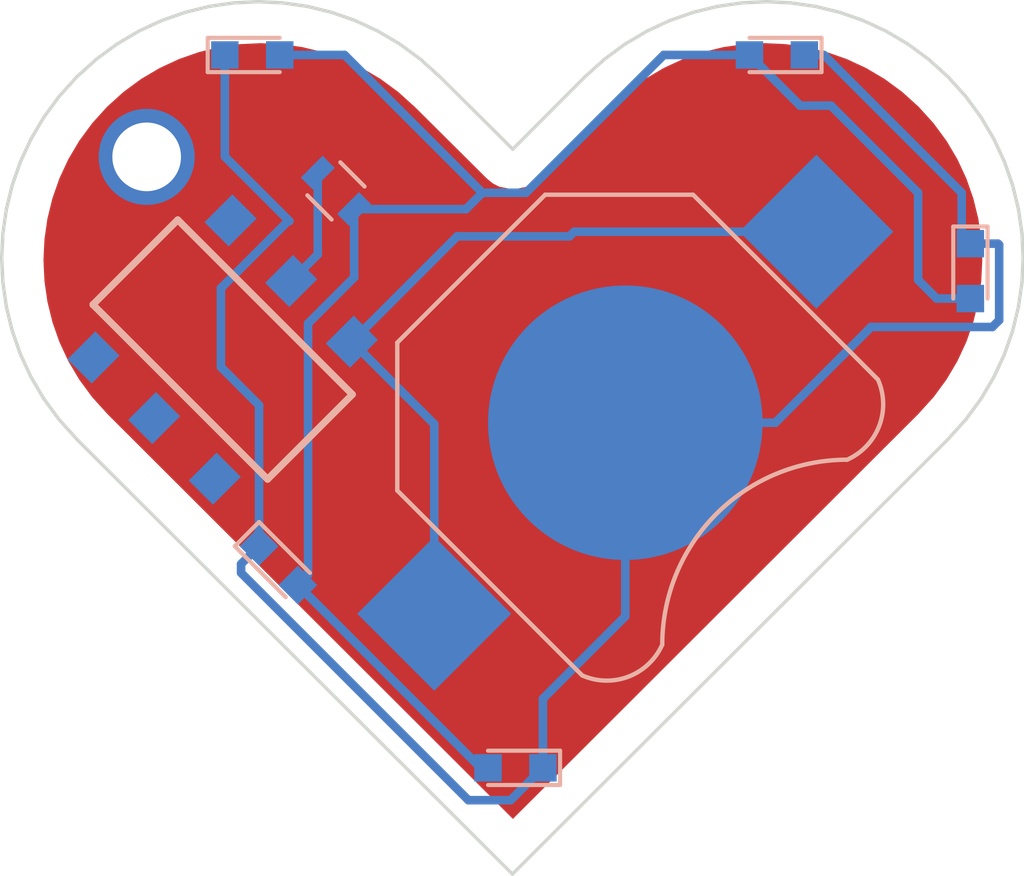
<source format=kicad_pcb>
(kicad_pcb (version 4) (host pcbnew 4.0.6)

  (general
    (links 13)
    (no_connects 0)
    (area 148.501049 79.471496 178.371153 105.000463)
    (thickness 1.6)
    (drawings 68)
    (tracks 55)
    (zones 0)
    (modules 10)
    (nets 5)
  )

  (page A4)
  (layers
    (0 F.Cu signal hide)
    (31 B.Cu signal)
    (32 B.Adhes user)
    (33 F.Adhes user)
    (34 B.Paste user)
    (35 F.Paste user)
    (36 B.SilkS user)
    (37 F.SilkS user)
    (38 B.Mask user)
    (39 F.Mask user)
    (40 Dwgs.User user)
    (41 Cmts.User user hide)
    (42 Eco1.User user)
    (43 Eco2.User user)
    (44 Edge.Cuts user)
    (45 Margin user)
    (46 B.CrtYd user)
    (47 F.CrtYd user)
    (48 B.Fab user)
    (49 F.Fab user)
  )

  (setup
    (last_trace_width 0.25)
    (trace_clearance 0.2)
    (zone_clearance 1)
    (zone_45_only no)
    (trace_min 0.2)
    (segment_width 0.2)
    (edge_width 0.15)
    (via_size 0.6)
    (via_drill 0.4)
    (via_min_size 0.4)
    (via_min_drill 0.3)
    (uvia_size 0.3)
    (uvia_drill 0.1)
    (uvias_allowed no)
    (uvia_min_size 0.2)
    (uvia_min_drill 0.1)
    (pcb_text_width 0.3)
    (pcb_text_size 1.5 1.5)
    (mod_edge_width 0.15)
    (mod_text_size 1 1)
    (mod_text_width 0.15)
    (pad_size 2.8 2.8)
    (pad_drill 2)
    (pad_to_mask_clearance 0.2)
    (aux_axis_origin 0 0)
    (visible_elements 7FFFFFFF)
    (pcbplotparams
      (layerselection 0x010f0_80000001)
      (usegerberextensions true)
      (excludeedgelayer true)
      (linewidth 0.020000)
      (plotframeref false)
      (viasonmask false)
      (mode 1)
      (useauxorigin false)
      (hpglpennumber 1)
      (hpglpenspeed 20)
      (hpglpendiameter 15)
      (hpglpenoverlay 2)
      (psnegative false)
      (psa4output false)
      (plotreference true)
      (plotvalue true)
      (plotinvisibletext false)
      (padsonsilk false)
      (subtractmaskfromsilk false)
      (outputformat 1)
      (mirror false)
      (drillshape 0)
      (scaleselection 1)
      (outputdirectory gerber))
  )

  (net 0 "")
  (net 1 "Net-(BT1-Pad2)")
  (net 2 "Net-(D1-Pad2)")
  (net 3 "Net-(R1-Pad1)")
  (net 4 "Net-(BT1-Pad1)")

  (net_class Default "This is the default net class."
    (clearance 0.2)
    (trace_width 0.25)
    (via_dia 0.6)
    (via_drill 0.4)
    (uvia_dia 0.3)
    (uvia_drill 0.1)
    (add_net "Net-(BT1-Pad1)")
    (add_net "Net-(BT1-Pad2)")
    (add_net "Net-(D1-Pad2)")
    (add_net "Net-(R1-Pad1)")
  )

  (module heart:heart (layer F.Cu) (tedit 599705E6) (tstamp 59983443)
    (at 163.449 92.03436)
    (descr "Imported from heart.svg")
    (tags svg2mod)
    (attr smd)
    (fp_text reference svg2mod (at 0 -14.353478) (layer F.SilkS) hide
      (effects (font (thickness 0.3048)))
    )
    (fp_text value G*** (at 0 14.353478) (layer F.SilkS) hide
      (effects (font (thickness 0.3048)))
    )
    (fp_poly (pts (xy -5.840272 -1.402757) (xy -5.879939 -1.712159) (xy -5.907705 -1.75381) (xy -5.943406 -1.735959)
      (xy -6.139757 -1.52374) (xy -6.379742 -1.363089) (xy -6.61576 -1.259955) (xy -6.816078 -1.236155)
      (xy -7.085814 -1.291689) (xy -7.163164 -1.373006) (xy -7.188948 -1.50589) (xy -7.109614 -1.934294)
      (xy -6.879545 -2.608632) (xy -6.482876 -3.624106) (xy -6.173473 -4.377778) (xy -5.967205 -4.837915)
      (xy -5.919605 -5.004516) (xy -5.981089 -5.1493) (xy -6.16554 -5.218717) (xy -6.468992 -5.198883)
      (xy -6.574605 -5.132441) (xy -6.649477 -5.028315) (xy -7.276215 -3.830373) (xy -7.736351 -3.037034)
      (xy -8.238634 -2.325508) (xy -8.690342 -1.817275) (xy -9.091474 -1.512336) (xy -9.44203 -1.410689)
      (xy -9.616565 -1.442423) (xy -9.751928 -1.510352) (xy -9.848617 -1.611007) (xy -9.925967 -1.910493)
      (xy -9.836717 -2.366662) (xy -9.568965 -2.9577) (xy -9.283363 -3.433704) (xy -8.981894 -3.82244)
      (xy -8.277805 -4.538428) (xy -7.601484 -5.067982) (xy -6.952929 -5.411101) (xy -6.332141 -5.567786)
      (xy -6.094139 -5.61737) (xy -6.014805 -5.702653) (xy -6.125873 -5.900988) (xy -6.276607 -6.037839)
      (xy -6.459076 -6.083456) (xy -6.793766 -6.053209) (xy -7.163164 -5.96247) (xy -8.006087 -5.599518)
      (xy -8.499445 -5.307965) (xy -8.948177 -4.980713) (xy -9.352284 -4.617761) (xy -9.711766 -4.219108)
      (xy -10.187274 -3.565099) (xy -10.526922 -2.943815) (xy -10.730711 -2.355257) (xy -10.79864 -1.799424)
      (xy -10.775833 -1.523738) (xy -10.707408 -1.291687) (xy -10.593365 -1.103269) (xy -10.433705 -0.958484)
      (xy -10.136203 -0.815683) (xy -9.814901 -0.768083) (xy -9.506986 -0.808246) (xy -9.18618 -0.928734)
      (xy -8.852482 -1.129548) (xy -8.505892 -1.410688) (xy -8.055672 -1.876774) (xy -7.704619 -2.370628)
      (xy -7.649085 -2.418228) (xy -7.617352 -2.396411) (xy -7.633216 -2.33096) (xy -7.853368 -1.728023)
      (xy -7.926752 -1.252019) (xy -7.871218 -1.029885) (xy -7.740317 -0.92923) (xy -7.553882 -0.857333)
      (xy -7.014412 -0.799816) (xy -6.673276 -0.823616) (xy -6.24884 -0.968401) (xy -5.895804 -1.22822)
      (xy -5.84027 -1.402754) (xy -5.840271 -1.402754) (xy -5.840272 -1.402757)) (layer F.Mask) (width 0))
    (fp_poly (pts (xy -2.560062 -1.402757) (xy -2.599729 -1.712159) (xy -2.627496 -1.75381) (xy -2.663196 -1.735959)
      (xy -2.847647 -1.535641) (xy -3.099532 -1.363089) (xy -3.488269 -1.220288) (xy -3.869071 -1.228221)
      (xy -4.029723 -1.321438) (xy -4.05154 -1.505889) (xy -3.972206 -1.759758) (xy -3.773871 -2.251628)
      (xy -3.496202 -2.997367) (xy -3.51207 -3.185785) (xy -3.623138 -3.338503) (xy -4.00394 -3.576504)
      (xy -4.241942 -3.695505) (xy -4.392677 -3.766906) (xy -4.464077 -3.82244) (xy -4.464077 -3.89384)
      (xy -4.42441 -4.100108) (xy -4.457631 -4.267205) (xy -4.525561 -4.387694) (xy -4.628199 -4.461574)
      (xy -4.765546 -4.488845) (xy -4.930659 -4.464052) (xy -5.061065 -4.381742) (xy -5.156761 -4.241917)
      (xy -5.217749 -4.044574) (xy -5.233617 -3.96524) (xy -5.233617 -3.893839) (xy -5.186017 -3.695505)
      (xy -5.130483 -3.552704) (xy -5.138416 -3.528903) (xy -5.146348 -3.489236) (xy -5.318899 -2.969599)
      (xy -5.550951 -2.442029) (xy -5.94762 -1.759757) (xy -6.304623 -1.402755) (xy -6.506925 -1.291687)
      (xy -6.76476 -1.212353) (xy -6.796493 -1.133019) (xy -6.740959 -0.871218) (xy -6.669559 -0.823617)
      (xy -6.330406 -0.924768) (xy -6.011087 -1.117153) (xy -5.552934 -1.591173) (xy -5.178082 -2.188161)
      (xy -5.067014 -2.449962) (xy -4.765545 -3.195701) (xy -4.719928 -3.269085) (xy -4.662411 -3.267099)
      (xy -4.452176 -3.132231) (xy -4.345075 -3.01323) (xy -4.317309 -2.900179) (xy -4.345075 -2.799029)
      (xy -4.535477 -2.338892) (xy -4.686211 -1.910489) (xy -4.781412 -1.529686) (xy -4.805212 -1.339285)
      (xy -4.719929 -1.061616) (xy -4.464077 -0.863281) (xy -4.02179 -0.774031) (xy -3.393069 -0.823614)
      (xy -2.984499 -0.952532) (xy -2.615597 -1.228217) (xy -2.560063 -1.402752) (xy -2.560063 -1.402753)
      (xy -2.560062 -1.402757)) (layer F.Mask) (width 0))
    (fp_poly (pts (xy -0.679353 -5.417053) (xy -0.615886 -5.678855) (xy -0.393751 -1.402757) (xy -0.433418 -1.712159)
      (xy -0.461184 -1.75381) (xy -0.496885 -1.735959) (xy -0.687286 -1.529691) (xy -0.933221 -1.363089)
      (xy -1.149406 -1.255989) (xy -1.321957 -1.220288) (xy -1.671026 -1.254006) (xy -1.893161 -1.355156)
      (xy -1.948695 -1.50589) (xy -1.885228 -1.807359) (xy -1.544092 -2.822833) (xy -1.23469 -3.75104)
      (xy -1.266424 -3.933508) (xy -1.377491 -4.036642) (xy -1.64921 -4.068375) (xy -1.940762 -4.020774)
      (xy -2.053813 -3.94144) (xy -2.12323 -3.782772) (xy -2.281898 -3.275035) (xy -2.432632 -2.767298)
      (xy -2.6389 -2.037426) (xy -2.710301 -1.680424) (xy -2.694433 -1.434489) (xy -2.638899 -1.244087)
      (xy -2.527832 -1.085419) (xy -2.33743 -0.926752) (xy -2.061745 -0.825601) (xy -1.631359 -0.791884)
      (xy -1.42509 -0.799817) (xy -1.226756 -0.823617) (xy -0.810253 -0.960468) (xy -0.449283 -1.22822)
      (xy -0.39375 -1.402754) (xy -0.39375 -1.402756) (xy -0.393751 -1.402757) (xy -0.615886 -5.678855)
      (xy -0.679353 -5.908923) (xy -0.869755 -6.059658) (xy -1.020489 -6.083458) (xy -1.284274 -6.029907)
      (xy -1.440959 -5.869256) (xy -1.524259 -5.672905) (xy -1.552026 -5.496387) (xy -1.488559 -5.284169)
      (xy -1.298158 -5.139384) (xy -1.131556 -5.107651) (xy -0.887605 -5.185001) (xy -0.679353 -5.417053)
      (xy -0.679353 -5.417053)) (layer F.Mask) (width 0))
    (fp_poly (pts (xy 2.672009 -1.402757) (xy 2.632342 -1.712159) (xy 2.604575 -1.75381) (xy 2.568875 -1.735959)
      (xy 2.388886 -1.531674) (xy 2.190056 -1.378956) (xy 1.972383 -1.277805) (xy 1.735869 -1.228222)
      (xy 1.083348 -1.224256) (xy 0.633128 -1.355157) (xy 0.537927 -1.43449) (xy 1.247966 -2.963652)
      (xy 1.117065 -2.6959) (xy 0.775929 -2.255597) (xy 0.307859 -1.886694) (xy 0.188858 -1.86686)
      (xy 0.149191 -2.029494) (xy 0.212658 -2.430131) (xy 0.40306 -2.918034) (xy 0.533961 -3.132236)
      (xy 0.704529 -3.298837) (xy 0.892947 -3.411888) (xy 1.061531 -3.449571) (xy 1.061531 -3.449572)
      (xy 1.234082 -3.382138) (xy 1.291599 -3.179836) (xy 1.247966 -2.963652) (xy 0.537927 -1.43449)
      (xy 0.577594 -1.482091) (xy 0.879063 -1.728026) (xy 1.196399 -2.045362) (xy 1.593068 -2.551115)
      (xy 1.767602 -2.973568) (xy 1.791403 -3.243304) (xy 1.762643 -3.505601) (xy 1.676368 -3.72129)
      (xy 1.532575 -3.890371) (xy 1.331265 -4.012843) (xy 1.005996 -4.068376) (xy 0.64701 -4.020776)
      (xy 0.299924 -3.877975) (xy -0.066995 -3.598323) (xy -0.34268 -3.203637) (xy -0.580682 -2.596732)
      (xy -0.660016 -2.029495) (xy -0.633239 -1.732984) (xy -0.552914 -1.470191) (xy -0.419038 -1.241114)
      (xy -0.231611 -1.045754) (xy -0.01146 -0.913862) (xy 0.276125 -0.819653) (xy 1.053598 -0.744285)
      (xy 1.839003 -0.815686) (xy 2.255506 -0.958487) (xy 2.616476 -1.228222) (xy 2.67201 -1.402757)
      (xy 2.672009 -1.402757)) (layer F.Mask) (width 0))
    (fp_poly (pts (xy 4.748326 -1.402757) (xy 4.708659 -1.712159) (xy 4.680892 -1.75381) (xy 4.645192 -1.735959)
      (xy 4.454791 -1.529691) (xy 4.208856 -1.363089) (xy 3.992671 -1.255989) (xy 3.820119 -1.220288)
      (xy 3.47105 -1.248055) (xy 3.280649 -1.331356) (xy 3.225115 -1.490023) (xy 3.280649 -1.799426)
      (xy 3.522617 -2.721682) (xy 3.899453 -3.917641) (xy 4.066054 -4.250843) (xy 4.393307 -4.754614)
      (xy 4.613458 -5.25045) (xy 4.661059 -5.536053) (xy 4.633293 -5.730421) (xy 4.549992 -5.885122)
      (xy 4.430991 -5.996189) (xy 4.280256 -6.04379) (xy 4.048205 -6.016518) (xy 3.84392 -5.895038)
      (xy 3.667402 -5.679349) (xy 3.518651 -5.369451) (xy 2.971247 -3.695505) (xy 2.681678 -2.572931)
      (xy 2.542844 -1.775625) (xy 2.534911 -1.609024) (xy 2.526979 -1.482089) (xy 2.606313 -1.123104)
      (xy 2.70548 -0.989724) (xy 2.844315 -0.887085) (xy 3.112067 -0.803785) (xy 3.439319 -0.776018)
      (xy 3.915322 -0.823618) (xy 4.331825 -0.960469) (xy 4.692795 -1.228221) (xy 4.748328 -1.402756)
      (xy 4.748327 -1.402756) (xy 4.748326 -1.402757)) (layer F.Mask) (width 0))
    (fp_poly (pts (xy 6.824643 -1.402757) (xy 6.784976 -1.712159) (xy 6.757209 -1.75381) (xy 6.721509 -1.735959)
      (xy 6.531108 -1.529691) (xy 6.285173 -1.363089) (xy 6.068988 -1.255989) (xy 5.896436 -1.220288)
      (xy 5.547367 -1.248055) (xy 5.356966 -1.331356) (xy 5.301432 -1.490023) (xy 5.356966 -1.799426)
      (xy 5.598934 -2.721682) (xy 5.97577 -3.917641) (xy 6.142371 -4.250843) (xy 6.469624 -4.754614)
      (xy 6.689775 -5.25045) (xy 6.737376 -5.536053) (xy 6.709609 -5.730421) (xy 6.626309 -5.885122)
      (xy 6.507308 -5.996189) (xy 6.356573 -6.04379) (xy 6.124522 -6.016518) (xy 5.920237 -5.895038)
      (xy 5.743719 -5.679349) (xy 5.594968 -5.369451) (xy 5.047564 -3.695505) (xy 4.757995 -2.572931)
      (xy 4.619161 -1.775625) (xy 4.611228 -1.609024) (xy 4.603296 -1.482089) (xy 4.68263 -1.123104)
      (xy 4.781797 -0.989724) (xy 4.920632 -0.887085) (xy 5.188384 -0.803785) (xy 5.515636 -0.776018)
      (xy 5.991639 -0.823618) (xy 6.408142 -0.960469) (xy 6.769111 -1.228221) (xy 6.824645 -1.402756)
      (xy 6.824643 -1.402756) (xy 6.824643 -1.402757)) (layer F.Mask) (width 0))
    (fp_poly (pts (xy 10.852574 -1.402757) (xy 10.812907 -1.712159) (xy 10.78514 -1.75381) (xy 10.74944 -1.735959)
      (xy 10.559039 -1.529691) (xy 10.313104 -1.363089) (xy 10.096919 -1.255989) (xy 9.924367 -1.220288)
      (xy 9.589182 -1.252022) (xy 9.39283 -1.347223) (xy 8.704609 -2.444013) (xy 8.33769 -1.910493)
      (xy 8.115555 -1.648691) (xy 7.996554 -1.513823) (xy 7.80417 -1.359122) (xy 7.639551 -1.307555)
      (xy 7.514601 -1.33086) (xy 7.42535 -1.400773) (xy 7.35395 -1.680425) (xy 7.4432 -2.112795)
      (xy 7.710952 -2.632432) (xy 7.94102 -2.912084) (xy 8.234556 -3.148103) (xy 8.549908 -3.304787)
      (xy 8.813694 -3.346437) (xy 9.015995 -3.306771) (xy 9.083429 -3.203636) (xy 9.075496 -3.156036)
      (xy 9.075495 -3.156036) (xy 9.075495 -3.156035) (xy 8.704609 -2.444013) (xy 9.39283 -1.347223)
      (xy 9.337297 -1.50589) (xy 9.39283 -1.783559) (xy 9.527698 -2.172295) (xy 9.741899 -2.695899)
      (xy 10.186169 -3.679639) (xy 10.207987 -3.814507) (xy 10.16237 -3.917641) (xy 9.884701 -4.004908)
      (xy 9.583232 -4.028709) (xy 9.456298 -3.941441) (xy 9.361097 -3.814507) (xy 9.293663 -3.766906)
      (xy 9.186563 -3.798639) (xy 8.902944 -3.903757) (xy 8.591559 -3.933506) (xy 8.157206 -3.868056)
      (xy 7.726819 -3.687571) (xy 7.457084 -3.510557) (xy 7.219082 -3.296851) (xy 6.838279 -2.759364)
      (xy 6.600277 -2.178244) (xy 6.520943 -1.640756) (xy 6.576477 -1.28177) (xy 6.743078 -0.998152)
      (xy 7.000914 -0.8018) (xy 7.346016 -0.73635) (xy 7.760536 -0.835517) (xy 8.194889 -1.133019)
      (xy 8.456691 -1.400771) (xy 8.623292 -1.64869) (xy 8.662959 -1.704223) (xy 8.710559 -1.720091)
      (xy 8.710559 -1.672491) (xy 8.647092 -1.323421) (xy 8.696676 -1.107237) (xy 8.845427 -0.934685)
      (xy 9.138962 -0.827585) (xy 9.607032 -0.791884) (xy 9.821234 -0.799817) (xy 10.019569 -0.823617)
      (xy 10.436072 -0.960468) (xy 10.797041 -1.22822) (xy 10.852575 -1.402755) (xy 10.852575 -1.402756)
      (xy 10.852574 -1.402757)) (layer F.Mask) (width 0))
    (fp_poly (pts (xy -7.346332 -11.305478) (xy -7.953286 -11.276497) (xy -8.556959 -11.189555) (xy -9.151337 -11.044652)
      (xy -9.730951 -10.841787) (xy -10.29252 -10.582054) (xy -10.83167 -10.263813) (xy -11.344027 -9.887611)
      (xy -11.82631 -9.452354) (xy -12.262661 -8.970071) (xy -12.638863 -8.458808) (xy -12.95765 -7.920752)
      (xy -13.21793 -7.359729) (xy -13.420795 -6.781209) (xy -13.566245 -6.188472) (xy -13.65264 -5.586986)
      (xy -13.681621 -4.980031) (xy -13.65264 -4.373077) (xy -13.566245 -3.771044) (xy -13.421342 -3.178307)
      (xy -13.219023 -2.599787) (xy -12.958744 -2.039311) (xy -12.639956 -1.501255) (xy -12.263207 -0.988898)
      (xy -11.809359 -0.487477) (xy 0 11.305478) (xy 11.809359 -0.487477) (xy 12.263755 -0.989444)
      (xy 12.639957 -1.500708) (xy 12.957651 -2.038764) (xy 13.218479 -2.599787) (xy 13.420795 -3.178854)
      (xy 13.566245 -3.771591) (xy 13.652642 -4.373077) (xy 13.681621 -4.979485) (xy 13.652642 -5.586439)
      (xy 13.565699 -6.188472) (xy 13.420249 -6.781209) (xy 13.21793 -7.360276) (xy 12.957651 -7.920205)
      (xy 12.638863 -8.458808) (xy 12.262115 -8.970071) (xy 11.82631 -9.451807) (xy 11.343481 -9.887611)
      (xy 10.831124 -10.263813) (xy 10.291974 -10.582054) (xy 9.730405 -10.841787) (xy 9.150791 -11.044652)
      (xy 8.55696 -11.189555) (xy 7.953287 -11.276497) (xy 7.345786 -11.305478) (xy 6.737738 -11.276497)
      (xy 6.134612 -11.189555) (xy 5.540781 -11.045198) (xy 4.96062 -10.84288) (xy 4.398504 -10.582601)
      (xy 3.859901 -10.264907) (xy 3.346997 -9.888705) (xy 2.845029 -9.43595) (xy 0.774824 -7.360276)
      (xy 0.605346 -7.221486) (xy 0.41738 -7.122206) (xy 0.010521 -7.042233) (xy -0.396676 -7.12046)
      (xy -0.585066 -7.218933) (xy -0.755138 -7.356995) (xy -2.843935 -9.434309) (xy -3.347543 -9.888705)
      (xy -3.860447 -10.264907) (xy -4.399597 -10.583148) (xy -4.960619 -10.84288) (xy -5.540233 -11.045198)
      (xy -6.135158 -11.189555) (xy -6.738284 -11.276497) (xy -7.346332 -11.305478)) (layer F.Cu) (width 0))
  )

  (module Wire_Pads:SolderWirePad_single_2mmDrill (layer F.Cu) (tedit 599F5810) (tstamp 599836B8)
    (at 152.77592 84.04352)
    (fp_text reference "" (at 0 -3.81) (layer F.SilkS)
      (effects (font (size 1 1) (thickness 0.15)))
    )
    (fp_text value "" (at -0.635 3.81) (layer F.Fab)
      (effects (font (size 1 1) (thickness 0.15)))
    )
    (pad 1 thru_hole circle (at 0 0) (size 2.8 2.8) (drill 2) (layers *.Cu *.Mask))
  )

  (module heart-electronics:BATCONN_12MM (layer B.Cu) (tedit 599F5D9B) (tstamp 59A0C8CA)
    (at 166.7256 91.7924 45)
    (path /59985B37)
    (attr smd)
    (fp_text reference BT1 (at 0 0 135) (layer Cmts.User)
      (effects (font (thickness 0.15)))
    )
    (fp_text value Battery_Cell (at 0 0 45) (layer Cmts.User)
      (effects (font (thickness 0.15)))
    )
    (fp_line (start 6.096 4.318) (end 6.096 -3.302) (layer B.SilkS) (width 0.127))
    (fp_line (start 6.096 -3.302) (end 3.048 -6.35) (layer B.SilkS) (width 0.127))
    (fp_line (start 3.048 -6.35) (end -3.048 -6.35) (layer B.SilkS) (width 0.127))
    (fp_line (start -3.048 -6.35) (end -6.096 -3.302) (layer B.SilkS) (width 0.127))
    (fp_line (start -6.096 -3.302) (end -6.096 4.318) (layer B.SilkS) (width 0.127))
    (fp_arc (start -4.445 3.683) (end -6.096 4.318) (angle -90) (layer B.SilkS) (width 0.127))
    (fp_arc (start 4.445 3.683) (end 3.81 5.334) (angle -90) (layer B.SilkS) (width 0.127))
    (fp_arc (start 0 9.144) (end 3.81 5.334) (angle -90) (layer B.SilkS) (width 0.127))
    (pad 2 smd circle (at 0 0 45) (size 8 8) (layers B.Cu B.Paste B.Mask)
      (net 1 "Net-(BT1-Pad2)"))
    (pad 1 smd rect (at -7.874 0 45) (size 3.175 3.175) (layers B.Cu B.Paste B.Mask)
      (net 4 "Net-(BT1-Pad1)"))
    (pad 1 smd rect (at 7.874 0 45) (size 3.175 3.175) (layers B.Cu B.Paste B.Mask)
      (net 4 "Net-(BT1-Pad1)"))
  )

  (module LEDs:LED_0603 (layer B.Cu) (tedit 599F5D7D) (tstamp 59A0C8D8)
    (at 155.8544 81.0736)
    (descr "LED 0603 smd package")
    (tags "LED led 0603 SMD smd SMT smt smdled SMDLED smtled SMTLED")
    (path /59985CAF)
    (attr smd)
    (fp_text reference D1 (at 0 1.25) (layer Cmts.User)
      (effects (font (size 1 1) (thickness 0.15)))
    )
    (fp_text value LED (at 0 -1.35) (layer Cmts.User)
      (effects (font (size 1 1) (thickness 0.15)))
    )
    (fp_line (start -1.3 0.5) (end -1.3 -0.5) (layer B.SilkS) (width 0.12))
    (fp_line (start -0.2 0.2) (end -0.2 -0.2) (layer B.Fab) (width 0.1))
    (fp_line (start -0.15 0) (end 0.15 0.2) (layer B.Fab) (width 0.1))
    (fp_line (start 0.15 -0.2) (end -0.15 0) (layer B.Fab) (width 0.1))
    (fp_line (start 0.15 0.2) (end 0.15 -0.2) (layer B.Fab) (width 0.1))
    (fp_line (start 0.8 -0.4) (end -0.8 -0.4) (layer B.Fab) (width 0.1))
    (fp_line (start 0.8 0.4) (end 0.8 -0.4) (layer B.Fab) (width 0.1))
    (fp_line (start -0.8 0.4) (end 0.8 0.4) (layer B.Fab) (width 0.1))
    (fp_line (start -0.8 -0.4) (end -0.8 0.4) (layer B.Fab) (width 0.1))
    (fp_line (start -1.3 -0.5) (end 0.8 -0.5) (layer B.SilkS) (width 0.12))
    (fp_line (start -1.3 0.5) (end 0.8 0.5) (layer B.SilkS) (width 0.12))
    (fp_line (start 1.45 0.65) (end 1.45 -0.65) (layer B.CrtYd) (width 0.05))
    (fp_line (start 1.45 -0.65) (end -1.45 -0.65) (layer B.CrtYd) (width 0.05))
    (fp_line (start -1.45 -0.65) (end -1.45 0.65) (layer B.CrtYd) (width 0.05))
    (fp_line (start -1.45 0.65) (end 1.45 0.65) (layer B.CrtYd) (width 0.05))
    (pad 2 smd rect (at 0.8 0 180) (size 0.8 0.8) (layers B.Cu B.Paste B.Mask)
      (net 2 "Net-(D1-Pad2)"))
    (pad 1 smd rect (at -0.8 0 180) (size 0.8 0.8) (layers B.Cu B.Paste B.Mask)
      (net 1 "Net-(BT1-Pad2)"))
    (model ${KISYS3DMOD}/LEDs.3dshapes/LED_0603.wrl
      (at (xyz 0 0 0))
      (scale (xyz 1 1 1))
      (rotate (xyz 0 0 180))
    )
  )

  (module LEDs:LED_0603 (layer B.Cu) (tedit 599F5DBB) (tstamp 59A0C8DD)
    (at 171.1452 81.0736 180)
    (descr "LED 0603 smd package")
    (tags "LED led 0603 SMD smd SMT smt smdled SMDLED smtled SMTLED")
    (path /59985D48)
    (attr smd)
    (fp_text reference D2 (at 0 1.25 180) (layer Cmts.User)
      (effects (font (size 1 1) (thickness 0.15)))
    )
    (fp_text value LED (at 0 -1.35 180) (layer Cmts.User)
      (effects (font (size 1 1) (thickness 0.15)))
    )
    (fp_line (start -1.3 0.5) (end -1.3 -0.5) (layer B.SilkS) (width 0.12))
    (fp_line (start -0.2 0.2) (end -0.2 -0.2) (layer B.Fab) (width 0.1))
    (fp_line (start -0.15 0) (end 0.15 0.2) (layer B.Fab) (width 0.1))
    (fp_line (start 0.15 -0.2) (end -0.15 0) (layer B.Fab) (width 0.1))
    (fp_line (start 0.15 0.2) (end 0.15 -0.2) (layer B.Fab) (width 0.1))
    (fp_line (start 0.8 -0.4) (end -0.8 -0.4) (layer B.Fab) (width 0.1))
    (fp_line (start 0.8 0.4) (end 0.8 -0.4) (layer B.Fab) (width 0.1))
    (fp_line (start -0.8 0.4) (end 0.8 0.4) (layer B.Fab) (width 0.1))
    (fp_line (start -0.8 -0.4) (end -0.8 0.4) (layer B.Fab) (width 0.1))
    (fp_line (start -1.3 -0.5) (end 0.8 -0.5) (layer B.SilkS) (width 0.12))
    (fp_line (start -1.3 0.5) (end 0.8 0.5) (layer B.SilkS) (width 0.12))
    (fp_line (start 1.45 0.65) (end 1.45 -0.65) (layer B.CrtYd) (width 0.05))
    (fp_line (start 1.45 -0.65) (end -1.45 -0.65) (layer B.CrtYd) (width 0.05))
    (fp_line (start -1.45 -0.65) (end -1.45 0.65) (layer B.CrtYd) (width 0.05))
    (fp_line (start -1.45 0.65) (end 1.45 0.65) (layer B.CrtYd) (width 0.05))
    (pad 2 smd rect (at 0.8 0) (size 0.8 0.8) (layers B.Cu B.Paste B.Mask)
      (net 2 "Net-(D1-Pad2)"))
    (pad 1 smd rect (at -0.8 0) (size 0.8 0.8) (layers B.Cu B.Paste B.Mask)
      (net 1 "Net-(BT1-Pad2)"))
    (model ${KISYS3DMOD}/LEDs.3dshapes/LED_0603.wrl
      (at (xyz 0 0 0))
      (scale (xyz 1 1 1))
      (rotate (xyz 0 0 180))
    )
  )

  (module LEDs:LED_0603 (layer B.Cu) (tedit 599F5DA8) (tstamp 59A0C8E2)
    (at 163.5252 101.8508 180)
    (descr "LED 0603 smd package")
    (tags "LED led 0603 SMD smd SMT smt smdled SMDLED smtled SMTLED")
    (path /59985D77)
    (attr smd)
    (fp_text reference D3 (at 0 1.25 180) (layer Cmts.User)
      (effects (font (size 1 1) (thickness 0.15)))
    )
    (fp_text value LED (at 0 -1.35 180) (layer Cmts.User)
      (effects (font (size 1 1) (thickness 0.15)))
    )
    (fp_line (start -1.3 0.5) (end -1.3 -0.5) (layer B.SilkS) (width 0.12))
    (fp_line (start -0.2 0.2) (end -0.2 -0.2) (layer B.Fab) (width 0.1))
    (fp_line (start -0.15 0) (end 0.15 0.2) (layer B.Fab) (width 0.1))
    (fp_line (start 0.15 -0.2) (end -0.15 0) (layer B.Fab) (width 0.1))
    (fp_line (start 0.15 0.2) (end 0.15 -0.2) (layer B.Fab) (width 0.1))
    (fp_line (start 0.8 -0.4) (end -0.8 -0.4) (layer B.Fab) (width 0.1))
    (fp_line (start 0.8 0.4) (end 0.8 -0.4) (layer B.Fab) (width 0.1))
    (fp_line (start -0.8 0.4) (end 0.8 0.4) (layer B.Fab) (width 0.1))
    (fp_line (start -0.8 -0.4) (end -0.8 0.4) (layer B.Fab) (width 0.1))
    (fp_line (start -1.3 -0.5) (end 0.8 -0.5) (layer B.SilkS) (width 0.12))
    (fp_line (start -1.3 0.5) (end 0.8 0.5) (layer B.SilkS) (width 0.12))
    (fp_line (start 1.45 0.65) (end 1.45 -0.65) (layer B.CrtYd) (width 0.05))
    (fp_line (start 1.45 -0.65) (end -1.45 -0.65) (layer B.CrtYd) (width 0.05))
    (fp_line (start -1.45 -0.65) (end -1.45 0.65) (layer B.CrtYd) (width 0.05))
    (fp_line (start -1.45 0.65) (end 1.45 0.65) (layer B.CrtYd) (width 0.05))
    (pad 2 smd rect (at 0.8 0) (size 0.8 0.8) (layers B.Cu B.Paste B.Mask)
      (net 2 "Net-(D1-Pad2)"))
    (pad 1 smd rect (at -0.8 0) (size 0.8 0.8) (layers B.Cu B.Paste B.Mask)
      (net 1 "Net-(BT1-Pad2)"))
    (model ${KISYS3DMOD}/LEDs.3dshapes/LED_0603.wrl
      (at (xyz 0 0 0))
      (scale (xyz 1 1 1))
      (rotate (xyz 0 0 180))
    )
  )

  (module LEDs:LED_0603 (layer B.Cu) (tedit 599F5DB3) (tstamp 59A0C8E7)
    (at 176.784 87.3728 270)
    (descr "LED 0603 smd package")
    (tags "LED led 0603 SMD smd SMT smt smdled SMDLED smtled SMTLED")
    (path /59985D9F)
    (attr smd)
    (fp_text reference D4 (at 0 1.25 270) (layer Cmts.User)
      (effects (font (size 1 1) (thickness 0.15)))
    )
    (fp_text value LED (at 0 -1.35 270) (layer Cmts.User)
      (effects (font (size 1 1) (thickness 0.15)))
    )
    (fp_line (start -1.3 0.5) (end -1.3 -0.5) (layer B.SilkS) (width 0.12))
    (fp_line (start -0.2 0.2) (end -0.2 -0.2) (layer B.Fab) (width 0.1))
    (fp_line (start -0.15 0) (end 0.15 0.2) (layer B.Fab) (width 0.1))
    (fp_line (start 0.15 -0.2) (end -0.15 0) (layer B.Fab) (width 0.1))
    (fp_line (start 0.15 0.2) (end 0.15 -0.2) (layer B.Fab) (width 0.1))
    (fp_line (start 0.8 -0.4) (end -0.8 -0.4) (layer B.Fab) (width 0.1))
    (fp_line (start 0.8 0.4) (end 0.8 -0.4) (layer B.Fab) (width 0.1))
    (fp_line (start -0.8 0.4) (end 0.8 0.4) (layer B.Fab) (width 0.1))
    (fp_line (start -0.8 -0.4) (end -0.8 0.4) (layer B.Fab) (width 0.1))
    (fp_line (start -1.3 -0.5) (end 0.8 -0.5) (layer B.SilkS) (width 0.12))
    (fp_line (start -1.3 0.5) (end 0.8 0.5) (layer B.SilkS) (width 0.12))
    (fp_line (start 1.45 0.65) (end 1.45 -0.65) (layer B.CrtYd) (width 0.05))
    (fp_line (start 1.45 -0.65) (end -1.45 -0.65) (layer B.CrtYd) (width 0.05))
    (fp_line (start -1.45 -0.65) (end -1.45 0.65) (layer B.CrtYd) (width 0.05))
    (fp_line (start -1.45 0.65) (end 1.45 0.65) (layer B.CrtYd) (width 0.05))
    (pad 2 smd rect (at 0.8 0 90) (size 0.8 0.8) (layers B.Cu B.Paste B.Mask)
      (net 2 "Net-(D1-Pad2)"))
    (pad 1 smd rect (at -0.8 0 90) (size 0.8 0.8) (layers B.Cu B.Paste B.Mask)
      (net 1 "Net-(BT1-Pad2)"))
    (model ${KISYS3DMOD}/LEDs.3dshapes/LED_0603.wrl
      (at (xyz 0 0 0))
      (scale (xyz 1 1 1))
      (rotate (xyz 0 0 180))
    )
  )

  (module LEDs:LED_0603 (layer B.Cu) (tedit 599F5D95) (tstamp 59A0C8EC)
    (at 156.6164 95.958 315)
    (descr "LED 0603 smd package")
    (tags "LED led 0603 SMD smd SMT smt smdled SMDLED smtled SMTLED")
    (path /59985DCA)
    (attr smd)
    (fp_text reference D5 (at 0 1.25 315) (layer Cmts.User)
      (effects (font (size 1 1) (thickness 0.15)))
    )
    (fp_text value LED (at 0 -1.35 315) (layer Cmts.User)
      (effects (font (size 1 1) (thickness 0.15)))
    )
    (fp_line (start -1.3 0.5) (end -1.3 -0.5) (layer B.SilkS) (width 0.12))
    (fp_line (start -0.2 0.2) (end -0.2 -0.2) (layer B.Fab) (width 0.1))
    (fp_line (start -0.15 0) (end 0.15 0.2) (layer B.Fab) (width 0.1))
    (fp_line (start 0.15 -0.2) (end -0.15 0) (layer B.Fab) (width 0.1))
    (fp_line (start 0.15 0.2) (end 0.15 -0.2) (layer B.Fab) (width 0.1))
    (fp_line (start 0.8 -0.4) (end -0.8 -0.4) (layer B.Fab) (width 0.1))
    (fp_line (start 0.8 0.4) (end 0.8 -0.4) (layer B.Fab) (width 0.1))
    (fp_line (start -0.8 0.4) (end 0.8 0.4) (layer B.Fab) (width 0.1))
    (fp_line (start -0.8 -0.4) (end -0.8 0.4) (layer B.Fab) (width 0.1))
    (fp_line (start -1.3 -0.5) (end 0.8 -0.5) (layer B.SilkS) (width 0.12))
    (fp_line (start -1.3 0.5) (end 0.8 0.5) (layer B.SilkS) (width 0.12))
    (fp_line (start 1.45 0.65) (end 1.45 -0.65) (layer B.CrtYd) (width 0.05))
    (fp_line (start 1.45 -0.65) (end -1.45 -0.65) (layer B.CrtYd) (width 0.05))
    (fp_line (start -1.45 -0.65) (end -1.45 0.65) (layer B.CrtYd) (width 0.05))
    (fp_line (start -1.45 0.65) (end 1.45 0.65) (layer B.CrtYd) (width 0.05))
    (pad 2 smd rect (at 0.8 0 135) (size 0.8 0.8) (layers B.Cu B.Paste B.Mask)
      (net 2 "Net-(D1-Pad2)"))
    (pad 1 smd rect (at -0.8 0 135) (size 0.8 0.8) (layers B.Cu B.Paste B.Mask)
      (net 1 "Net-(BT1-Pad2)"))
    (model ${KISYS3DMOD}/LEDs.3dshapes/LED_0603.wrl
      (at (xyz 0 0 0))
      (scale (xyz 1 1 1))
      (rotate (xyz 0 0 180))
    )
  )

  (module Resistors_SMD:R_0603 (layer B.Cu) (tedit 599F5D88) (tstamp 59A0C8F1)
    (at 158.2928 85.036 315)
    (descr "Resistor SMD 0603, reflow soldering, Vishay (see dcrcw.pdf)")
    (tags "resistor 0603")
    (path /59985C2C)
    (attr smd)
    (fp_text reference R1 (at 0 1.45 315) (layer Cmts.User)
      (effects (font (size 1 1) (thickness 0.15)))
    )
    (fp_text value 330 (at 0 -1.5 315) (layer Cmts.User)
      (effects (font (size 1 1) (thickness 0.15)))
    )
    (fp_text user %R (at 0 0 315) (layer B.Fab)
      (effects (font (size 0.4 0.4) (thickness 0.075)) (justify mirror))
    )
    (fp_line (start -0.8 -0.4) (end -0.8 0.4) (layer B.Fab) (width 0.1))
    (fp_line (start 0.8 -0.4) (end -0.8 -0.4) (layer B.Fab) (width 0.1))
    (fp_line (start 0.8 0.4) (end 0.8 -0.4) (layer B.Fab) (width 0.1))
    (fp_line (start -0.8 0.4) (end 0.8 0.4) (layer B.Fab) (width 0.1))
    (fp_line (start 0.5 -0.68) (end -0.5 -0.68) (layer B.SilkS) (width 0.12))
    (fp_line (start -0.5 0.68) (end 0.5 0.68) (layer B.SilkS) (width 0.12))
    (fp_line (start -1.25 0.7) (end 1.25 0.7) (layer B.CrtYd) (width 0.05))
    (fp_line (start -1.25 0.7) (end -1.25 -0.7) (layer B.CrtYd) (width 0.05))
    (fp_line (start 1.25 -0.7) (end 1.25 0.7) (layer B.CrtYd) (width 0.05))
    (fp_line (start 1.25 -0.7) (end -1.25 -0.7) (layer B.CrtYd) (width 0.05))
    (pad 1 smd rect (at -0.75 0 315) (size 0.5 0.9) (layers B.Cu B.Paste B.Mask)
      (net 3 "Net-(R1-Pad1)"))
    (pad 2 smd rect (at 0.75 0 315) (size 0.5 0.9) (layers B.Cu B.Paste B.Mask)
      (net 2 "Net-(D1-Pad2)"))
    (model ${KISYS3DMOD}/Resistors_SMD.3dshapes/R_0603.wrl
      (at (xyz 0 0 0))
      (scale (xyz 1 1 1))
      (rotate (xyz 0 0 0))
    )
  )

  (module heart-electronics:AYZ0202 (layer B.Cu) (tedit 599F5BEC) (tstamp 59A0C8F6)
    (at 154.9908 89.6588 135)
    (descr "DPDT SLIDE SWITCH SMD")
    (tags "DPDT SLIDE SWITCH SMD")
    (path /59985B8C)
    (attr smd)
    (fp_text reference SW1 (at -3.81 2.54 135) (layer Cmts.User)
      (effects (font (size 0.4064 0.4064) (thickness 0.0889)))
    )
    (fp_text value SW_SPDT (at -4.64312 -2.50698 135) (layer Cmts.User)
      (effects (font (size 0.4064 0.4064) (thickness 0.0889)))
    )
    (fp_line (start -3.59918 1.74752) (end -3.59918 -1.74752) (layer B.SilkS) (width 0.2032))
    (fp_line (start -3.59918 -1.74752) (end 3.59918 -1.74752) (layer B.SilkS) (width 0.2032))
    (fp_line (start 3.59918 -1.74752) (end 3.59918 1.74752) (layer B.SilkS) (width 0.2032))
    (fp_line (start 3.59918 1.74752) (end -3.59918 1.74752) (layer B.SilkS) (width 0.2032))
    (pad 1 smd rect (at -2.49936 2.82448 135) (size 0.99822 1.14808) (layers B.Cu B.Paste B.Mask)
      (net 4 "Net-(BT1-Pad1)"))
    (pad 2 smd rect (at 0 2.82448 135) (size 0.99822 1.14808) (layers B.Cu B.Paste B.Mask)
      (net 3 "Net-(R1-Pad1)"))
    (pad 3 smd rect (at 2.49936 2.82448 135) (size 0.99822 1.14808) (layers B.Cu B.Paste B.Mask))
    (pad 4 smd rect (at -2.49936 -2.82448 135) (size 0.99822 1.14808) (layers B.Cu B.Paste B.Mask))
    (pad 5 smd rect (at 0 -2.82448 135) (size 0.99822 1.14808) (layers B.Cu B.Paste B.Mask))
    (pad 6 smd rect (at 2.49936 -2.82448 135) (size 0.99822 1.14808) (layers B.Cu B.Paste B.Mask))
  )

  (gr_line (start 176.131556 92.272785) (end 163.4361 104.950462) (layer Edge.Cuts) (width 0.1))
  (gr_line (start 176.644839 91.705391) (end 176.131556 92.272785) (layer Edge.Cuts) (width 0.1))
  (gr_line (start 177.089666 91.100855) (end 176.644839 91.705391) (layer Edge.Cuts) (width 0.1))
  (gr_line (start 177.466041 90.464482) (end 177.089666 91.100855) (layer Edge.Cuts) (width 0.1))
  (gr_line (start 177.773965 89.801582) (end 177.466041 90.464482) (layer Edge.Cuts) (width 0.1))
  (gr_line (start 178.013436 89.117461) (end 177.773965 89.801582) (layer Edge.Cuts) (width 0.1))
  (gr_line (start 178.18446 88.417428) (end 178.013436 89.117461) (layer Edge.Cuts) (width 0.1))
  (gr_line (start 178.287031 87.706789) (end 178.18446 88.417428) (layer Edge.Cuts) (width 0.1))
  (gr_line (start 178.321152 86.990852) (end 178.287031 87.706789) (layer Edge.Cuts) (width 0.1))
  (gr_line (start 178.286828 86.274925) (end 178.321152 86.990852) (layer Edge.Cuts) (width 0.1))
  (gr_line (start 178.184054 85.564315) (end 178.286828 86.274925) (layer Edge.Cuts) (width 0.1))
  (gr_line (start 178.012835 84.86433) (end 178.184054 85.564315) (layer Edge.Cuts) (width 0.1))
  (gr_line (start 177.773166 84.180277) (end 178.012835 84.86433) (layer Edge.Cuts) (width 0.1))
  (gr_line (start 177.465056 83.517464) (end 177.773166 84.180277) (layer Edge.Cuts) (width 0.1))
  (gr_line (start 177.088501 82.881199) (end 177.465056 83.517464) (layer Edge.Cuts) (width 0.1))
  (gr_line (start 176.643503 82.276788) (end 177.088501 82.881199) (layer Edge.Cuts) (width 0.1))
  (gr_line (start 176.13006 81.709539) (end 176.643503 82.276788) (layer Edge.Cuts) (width 0.1))
  (gr_line (start 175.562015 81.196815) (end 176.13006 81.709539) (layer Edge.Cuts) (width 0.1))
  (gr_line (start 174.956755 80.752438) (end 175.562015 81.196815) (layer Edge.Cuts) (width 0.1))
  (gr_line (start 174.319596 80.376409) (end 174.956755 80.752438) (layer Edge.Cuts) (width 0.1))
  (gr_line (start 173.655853 80.068729) (end 174.319596 80.376409) (layer Edge.Cuts) (width 0.1))
  (gr_line (start 172.97084 79.829398) (end 173.655853 80.068729) (layer Edge.Cuts) (width 0.1))
  (gr_line (start 172.269873 79.658417) (end 172.97084 79.829398) (layer Edge.Cuts) (width 0.1))
  (gr_line (start 171.558266 79.555787) (end 172.269873 79.658417) (layer Edge.Cuts) (width 0.1))
  (gr_line (start 170.841334 79.521509) (end 171.558266 79.555787) (layer Edge.Cuts) (width 0.1))
  (gr_line (start 170.124393 79.555583) (end 170.841334 79.521509) (layer Edge.Cuts) (width 0.1))
  (gr_line (start 169.412757 79.658011) (end 170.124393 79.555583) (layer Edge.Cuts) (width 0.1))
  (gr_line (start 168.711742 79.828793) (end 169.412757 79.658011) (layer Edge.Cuts) (width 0.1))
  (gr_line (start 168.026662 80.06793) (end 168.711742 79.828793) (layer Edge.Cuts) (width 0.1))
  (gr_line (start 167.362832 80.375422) (end 168.026662 80.06793) (layer Edge.Cuts) (width 0.1))
  (gr_line (start 166.725567 80.751271) (end 167.362832 80.375422) (layer Edge.Cuts) (width 0.1))
  (gr_line (start 166.120182 81.195477) (end 166.725567 80.751271) (layer Edge.Cuts) (width 0.1))
  (gr_line (start 165.551992 81.70804) (end 166.120182 81.195477) (layer Edge.Cuts) (width 0.1))
  (gr_line (start 163.444395 83.82097) (end 165.551992 81.70804) (layer Edge.Cuts) (width 0.1))
  (gr_line (start 161.320209 81.70804) (end 163.444395 83.82097) (layer Edge.Cuts) (width 0.1))
  (gr_line (start 160.752019 81.195477) (end 161.320209 81.70804) (layer Edge.Cuts) (width 0.1))
  (gr_line (start 160.146634 80.751271) (end 160.752019 81.195477) (layer Edge.Cuts) (width 0.1))
  (gr_line (start 159.509369 80.375421) (end 160.146634 80.751271) (layer Edge.Cuts) (width 0.1))
  (gr_line (start 158.845539 80.067928) (end 159.509369 80.375421) (layer Edge.Cuts) (width 0.1))
  (gr_line (start 158.160459 79.82879) (end 158.845539 80.067928) (layer Edge.Cuts) (width 0.1))
  (gr_line (start 157.459444 79.658006) (end 158.160459 79.82879) (layer Edge.Cuts) (width 0.1))
  (gr_line (start 156.747809 79.555576) (end 157.459444 79.658006) (layer Edge.Cuts) (width 0.1))
  (gr_line (start 156.030868 79.521497) (end 156.747809 79.555576) (layer Edge.Cuts) (width 0.1))
  (gr_line (start 155.313937 79.555771) (end 156.030868 79.521497) (layer Edge.Cuts) (width 0.1))
  (gr_line (start 154.602331 79.658394) (end 155.313937 79.555771) (layer Edge.Cuts) (width 0.1))
  (gr_line (start 153.901364 79.829368) (end 154.602331 79.658394) (layer Edge.Cuts) (width 0.1))
  (gr_line (start 153.216352 80.06869) (end 153.901364 79.829368) (layer Edge.Cuts) (width 0.1))
  (gr_line (start 152.55261 80.37636) (end 153.216352 80.06869) (layer Edge.Cuts) (width 0.1))
  (gr_line (start 151.915452 80.752377) (end 152.55261 80.37636) (layer Edge.Cuts) (width 0.1))
  (gr_line (start 151.310194 81.196739) (end 151.915452 80.752377) (layer Edge.Cuts) (width 0.1))
  (gr_line (start 150.742151 81.709447) (end 151.310194 81.196739) (layer Edge.Cuts) (width 0.1))
  (gr_line (start 150.228707 82.276696) (end 150.742151 81.709447) (layer Edge.Cuts) (width 0.1))
  (gr_line (start 149.783706 82.881107) (end 150.228707 82.276696) (layer Edge.Cuts) (width 0.1))
  (gr_line (start 149.40715 83.517372) (end 149.783706 82.881107) (layer Edge.Cuts) (width 0.1))
  (gr_line (start 149.099038 84.180186) (end 149.40715 83.517372) (layer Edge.Cuts) (width 0.1))
  (gr_line (start 148.859371 84.864239) (end 149.099038 84.180186) (layer Edge.Cuts) (width 0.1))
  (gr_line (start 148.68815 85.564225) (end 148.859371 84.864239) (layer Edge.Cuts) (width 0.1))
  (gr_line (start 148.585376 86.274836) (end 148.68815 85.564225) (layer Edge.Cuts) (width 0.1))
  (gr_line (start 148.55105 86.990765) (end 148.585376 86.274836) (layer Edge.Cuts) (width 0.1))
  (gr_line (start 148.585173 87.706704) (end 148.55105 86.990765) (layer Edge.Cuts) (width 0.1))
  (gr_line (start 148.687745 88.417346) (end 148.585173 87.706704) (layer Edge.Cuts) (width 0.1))
  (gr_line (start 148.858766 89.117383) (end 148.687745 88.417346) (layer Edge.Cuts) (width 0.1))
  (gr_line (start 149.098239 89.801508) (end 148.858766 89.117383) (layer Edge.Cuts) (width 0.1))
  (gr_line (start 149.406163 90.464414) (end 149.098239 89.801508) (layer Edge.Cuts) (width 0.1))
  (gr_line (start 149.78254 91.100793) (end 149.406163 90.464414) (layer Edge.Cuts) (width 0.1))
  (gr_line (start 150.227369 91.705337) (end 149.78254 91.100793) (layer Edge.Cuts) (width 0.1))
  (gr_line (start 150.740653 92.27274) (end 150.227369 91.705337) (layer Edge.Cuts) (width 0.1))
  (gr_line (start 163.4361 104.950462) (end 150.740653 92.27274) (layer Edge.Cuts) (width 0.1))

  (segment (start 156.050715 95.392315) (end 156.044825 95.392315) (width 0.25) (layer B.Cu) (net 1) (status C00000))
  (segment (start 156.044825 95.392315) (end 155.52801 95.90913) (width 0.25) (layer B.Cu) (net 1) (tstamp 59A0CCEC) (status 400000))
  (segment (start 163.3822 102.7938) (end 164.3252 101.8508) (width 0.25) (layer B.Cu) (net 1) (tstamp 59A0CCF1) (status 800000))
  (segment (start 162.1536 102.7938) (end 163.3822 102.7938) (width 0.25) (layer B.Cu) (net 1) (tstamp 59A0CCEF))
  (segment (start 155.52801 96.16821) (end 162.1536 102.7938) (width 0.25) (layer B.Cu) (net 1) (tstamp 59A0CCEE))
  (segment (start 155.52801 95.90913) (end 155.52801 96.16821) (width 0.25) (layer B.Cu) (net 1) (tstamp 59A0CCED))
  (segment (start 176.784 86.5728) (end 177.5872 86.5728) (width 0.25) (layer B.Cu) (net 1))
  (segment (start 171.0976 91.7924) (end 166.7256 91.7924) (width 0.25) (layer B.Cu) (net 1) (tstamp 59A0CCE3))
  (segment (start 173.8884 89.0016) (end 171.0976 91.7924) (width 0.25) (layer B.Cu) (net 1) (tstamp 59A0CCE2))
  (segment (start 177.42408 89.0016) (end 173.8884 89.0016) (width 0.25) (layer B.Cu) (net 1) (tstamp 59A0CCE1))
  (segment (start 177.6222 88.80348) (end 177.42408 89.0016) (width 0.25) (layer B.Cu) (net 1) (tstamp 59A0CCE0))
  (segment (start 177.6222 86.6078) (end 177.6222 88.80348) (width 0.25) (layer B.Cu) (net 1) (tstamp 59A0CCDF))
  (segment (start 177.5872 86.5728) (end 177.6222 86.6078) (width 0.25) (layer B.Cu) (net 1) (tstamp 59A0CCDE))
  (segment (start 156.050715 95.392315) (end 156.021965 95.392315) (width 0.25) (layer B.Cu) (net 1))
  (segment (start 155.0544 81.0736) (end 155.0544 84.036) (width 0.25) (layer B.Cu) (net 1))
  (segment (start 156.050715 91.280715) (end 156.050715 95.392315) (width 0.25) (layer B.Cu) (net 1) (tstamp 59A0CCB8))
  (segment (start 154.94 90.17) (end 156.050715 91.280715) (width 0.25) (layer B.Cu) (net 1) (tstamp 59A0CCB6))
  (segment (start 154.94 87.8713) (end 154.94 90.17) (width 0.25) (layer B.Cu) (net 1) (tstamp 59A0CCB5))
  (segment (start 156.8958 85.9155) (end 154.94 87.8713) (width 0.25) (layer B.Cu) (net 1) (tstamp 59A0CCB4))
  (segment (start 156.9339 85.9155) (end 156.8958 85.9155) (width 0.25) (layer B.Cu) (net 1) (tstamp 59A0CCB3))
  (segment (start 155.0544 84.036) (end 156.9339 85.9155) (width 0.25) (layer B.Cu) (net 1) (tstamp 59A0CCB1))
  (segment (start 176.53 86.3188) (end 176.53 85.09) (width 0.25) (layer B.Cu) (net 1))
  (segment (start 172.5136 81.0736) (end 176.53 85.09) (width 0.25) (layer B.Cu) (net 1) (tstamp 59A0CC8E))
  (segment (start 172.5136 81.0736) (end 171.9452 81.0736) (width 0.25) (layer B.Cu) (net 1))
  (segment (start 176.53 86.3188) (end 176.784 86.5728) (width 0.25) (layer B.Cu) (net 1) (tstamp 59A0CC91))
  (segment (start 164.3252 101.8508) (end 164.3252 99.8348) (width 0.25) (layer B.Cu) (net 1))
  (segment (start 166.7256 97.4344) (end 166.7256 91.7924) (width 0.25) (layer B.Cu) (net 1) (tstamp 59A0CC7C))
  (segment (start 164.3252 99.8348) (end 166.7256 97.4344) (width 0.25) (layer B.Cu) (net 1) (tstamp 59A0CC7A))
  (segment (start 176.784 88.1728) (end 175.8028 88.1728) (width 0.25) (layer B.Cu) (net 2))
  (segment (start 171.8216 82.55) (end 170.3452 81.0736) (width 0.25) (layer B.Cu) (net 2) (tstamp 59A0CCDB))
  (segment (start 172.72 82.55) (end 171.8216 82.55) (width 0.25) (layer B.Cu) (net 2) (tstamp 59A0CCD9))
  (segment (start 175.26 85.09) (end 172.72 82.55) (width 0.25) (layer B.Cu) (net 2) (tstamp 59A0CCD7))
  (segment (start 175.26 87.63) (end 175.26 85.09) (width 0.25) (layer B.Cu) (net 2) (tstamp 59A0CCD6))
  (segment (start 175.8028 88.1728) (end 175.26 87.63) (width 0.25) (layer B.Cu) (net 2) (tstamp 59A0CCD5))
  (segment (start 162.7252 101.8508) (end 162.5092 101.8508) (width 0.25) (layer B.Cu) (net 2))
  (segment (start 162.5092 101.8508) (end 157.182085 96.523685) (width 0.25) (layer B.Cu) (net 2) (tstamp 59A0CCD1))
  (segment (start 158.82313 85.56633) (end 158.82313 87.55687) (width 0.25) (layer B.Cu) (net 2))
  (segment (start 157.48 96.22577) (end 157.182085 96.523685) (width 0.25) (layer B.Cu) (net 2) (tstamp 59A0CCBF))
  (segment (start 157.48 88.9) (end 157.48 96.22577) (width 0.25) (layer B.Cu) (net 2) (tstamp 59A0CCBD))
  (segment (start 158.82313 87.55687) (end 157.48 88.9) (width 0.25) (layer B.Cu) (net 2) (tstamp 59A0CCBB))
  (segment (start 158.82313 85.56633) (end 162.08367 85.56633) (width 0.25) (layer B.Cu) (net 2))
  (segment (start 162.08367 85.56633) (end 162.56 85.09) (width 0.25) (layer B.Cu) (net 2) (tstamp 59A0CC9D))
  (segment (start 156.6544 81.0736) (end 158.5436 81.0736) (width 0.25) (layer B.Cu) (net 2))
  (segment (start 167.8464 81.0736) (end 170.3452 81.0736) (width 0.25) (layer B.Cu) (net 2) (tstamp 59A0CC8A))
  (segment (start 163.83 85.09) (end 167.8464 81.0736) (width 0.25) (layer B.Cu) (net 2) (tstamp 59A0CC88))
  (segment (start 162.56 85.09) (end 163.83 85.09) (width 0.25) (layer B.Cu) (net 2) (tstamp 59A0CC86))
  (segment (start 158.5436 81.0736) (end 162.56 85.09) (width 0.25) (layer B.Cu) (net 2) (tstamp 59A0CC84))
  (segment (start 157.76247 84.50567) (end 157.76247 86.88713) (width 0.25) (layer B.Cu) (net 3))
  (segment (start 157.76247 86.88713) (end 156.988009 87.661591) (width 0.25) (layer B.Cu) (net 3) (tstamp 59A0CCAE))
  (segment (start 172.293359 86.224641) (end 165.235359 86.224641) (width 0.25) (layer B.Cu) (net 4))
  (segment (start 161.824228 86.36) (end 158.755323 89.428905) (width 0.25) (layer B.Cu) (net 4) (tstamp 59A0CCA9))
  (segment (start 165.1 86.36) (end 161.824228 86.36) (width 0.25) (layer B.Cu) (net 4) (tstamp 59A0CCA8))
  (segment (start 165.235359 86.224641) (end 165.1 86.36) (width 0.25) (layer B.Cu) (net 4) (tstamp 59A0CCA7))
  (segment (start 161.157841 97.360159) (end 161.157841 91.831423) (width 0.25) (layer B.Cu) (net 4))
  (segment (start 161.157841 91.831423) (end 158.755323 89.428905) (width 0.25) (layer B.Cu) (net 4) (tstamp 59A0CCA1))

)

</source>
